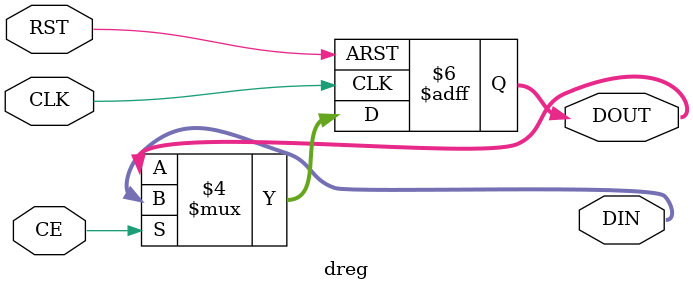
<source format=v>
module dreg(
	output reg [NBRB-1:0] DIN,
	input wire CE,
	input wire	RST, 
	input wire	CLK,	
	output reg [NBRB-1:0] DOUT
	);
	
parameter NBRB = 8;
	
always @(posedge CLK or posedge RST)
	begin
		if(RST == 1)
			DOUT <= 0;
		else if(CE == 1)
			DOUT <= DIN;
	end
	
endmodule 
</source>
